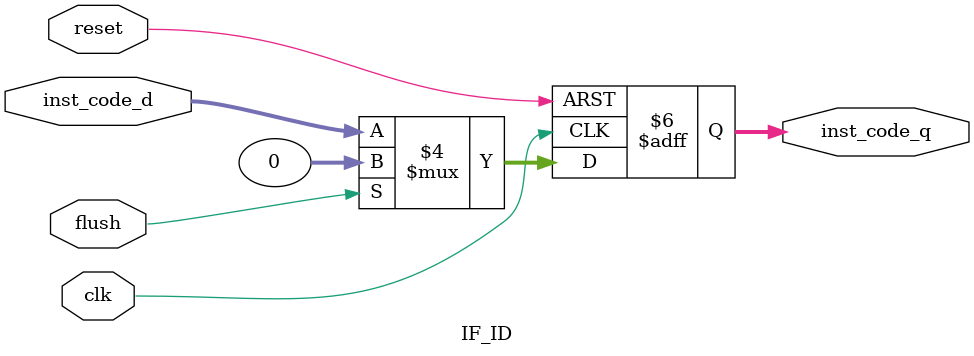
<source format=v>
`timescale 1ns / 1ps

module IF_ID(
input clk,
input reset,
input flush,
input [31:0] inst_code_d,
output reg [31:0] inst_code_q
);
    always@(posedge clk or negedge reset) begin
    if(!reset) begin
        inst_code_q <= 32'd0;
    end
    else if(flush) begin
        inst_code_q <= 32'd0;
    end
    else begin
        inst_code_q <= inst_code_d;
    end
    end
endmodule

</source>
